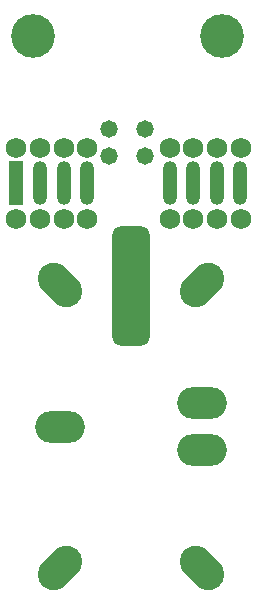
<source format=gts>
G04*
G04 #@! TF.GenerationSoftware,Altium Limited,Altium Designer,23.10.1 (27)*
G04*
G04 Layer_Color=8388736*
%FSLAX25Y25*%
%MOIN*%
G70*
G04*
G04 #@! TF.SameCoordinates,1CDB52BC-5702-4D16-9384-FD81A510AF7B*
G04*
G04*
G04 #@! TF.FilePolarity,Negative*
G04*
G01*
G75*
%ADD13O,0.04737X0.14580*%
%ADD14R,0.04737X0.14580*%
%ADD15C,0.06800*%
G04:AMPARAMS|DCode=16|XSize=126.11mil|YSize=401.7mil|CornerRadius=33.53mil|HoleSize=0mil|Usage=FLASHONLY|Rotation=0.000|XOffset=0mil|YOffset=0mil|HoleType=Round|Shape=RoundedRectangle|*
%AMROUNDEDRECTD16*
21,1,0.12611,0.33465,0,0,0.0*
21,1,0.05906,0.40170,0,0,0.0*
1,1,0.06706,0.02953,-0.16732*
1,1,0.06706,-0.02953,-0.16732*
1,1,0.06706,-0.02953,0.16732*
1,1,0.06706,0.02953,0.16732*
%
%ADD16ROUNDEDRECTD16*%
G04:AMPARAMS|DCode=17|XSize=106.42mil|YSize=165.48mil|CornerRadius=0mil|HoleSize=0mil|Usage=FLASHONLY|Rotation=315.000|XOffset=0mil|YOffset=0mil|HoleType=Round|Shape=Round|*
%AMOVALD17*
21,1,0.05906,0.10642,0.00000,0.00000,45.0*
1,1,0.10642,-0.02088,-0.02088*
1,1,0.10642,0.02088,0.02088*
%
%ADD17OVALD17*%

G04:AMPARAMS|DCode=18|XSize=106.42mil|YSize=165.48mil|CornerRadius=0mil|HoleSize=0mil|Usage=FLASHONLY|Rotation=225.000|XOffset=0mil|YOffset=0mil|HoleType=Round|Shape=Round|*
%AMOVALD18*
21,1,0.05906,0.10642,0.00000,0.00000,315.0*
1,1,0.10642,-0.02088,0.02088*
1,1,0.10642,0.02088,-0.02088*
%
%ADD18OVALD18*%

%ADD19O,0.16548X0.10642*%
%ADD20C,0.05800*%
%ADD21C,0.14580*%
D13*
X94410Y138000D02*
D03*
X86929D02*
D03*
X79055D02*
D03*
X71181D02*
D03*
X43622D02*
D03*
X35748D02*
D03*
X27874D02*
D03*
D14*
X20000D02*
D03*
D15*
X27874Y149811D02*
D03*
X35748D02*
D03*
X43622D02*
D03*
X71181D02*
D03*
X79055D02*
D03*
X86929D02*
D03*
X94803D02*
D03*
Y126189D02*
D03*
X86929D02*
D03*
X79055D02*
D03*
X71181D02*
D03*
X43622D02*
D03*
X35748D02*
D03*
X27874D02*
D03*
X20000D02*
D03*
Y149811D02*
D03*
D16*
X58278Y103930D02*
D03*
D17*
X81900Y104174D02*
D03*
X34656Y9686D02*
D03*
D18*
Y104174D02*
D03*
X81900Y9686D02*
D03*
D19*
X34656Y56930D02*
D03*
X81900Y64804D02*
D03*
Y49056D02*
D03*
D20*
X51000Y147000D02*
D03*
X63000D02*
D03*
Y156000D02*
D03*
X51000D02*
D03*
D21*
X88700Y187100D02*
D03*
X25600Y187000D02*
D03*
M02*

</source>
